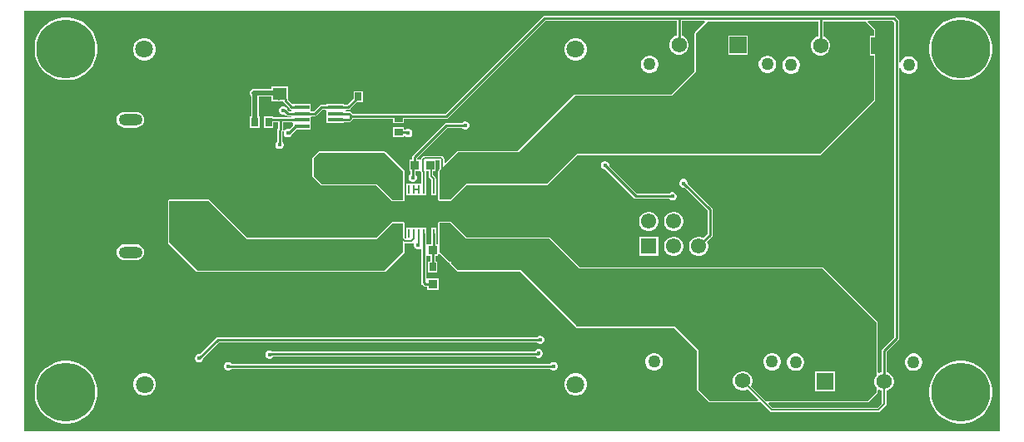
<source format=gbr>
%TF.GenerationSoftware,Altium Limited,Altium Designer,25.4.2 (15)*%
G04 Layer_Physical_Order=2*
G04 Layer_Color=16711680*
%FSLAX45Y45*%
%MOMM*%
%TF.SameCoordinates,097E4B88-3495-4510-8411-AFE0114F90DD*%
%TF.FilePolarity,Positive*%
%TF.FileFunction,Copper,L2,Bot,Signal*%
%TF.Part,Single*%
G01*
G75*
%TA.AperFunction,SMDPad,CuDef*%
%ADD10R,0.85872X0.91213*%
%TA.AperFunction,Conductor*%
%ADD15C,0.25400*%
%ADD16C,0.25000*%
%ADD17C,0.20000*%
%TA.AperFunction,ComponentPad*%
%ADD22C,1.80000*%
%TA.AperFunction,ViaPad*%
%ADD23C,6.00000*%
%TA.AperFunction,ComponentPad*%
%ADD24C,1.55000*%
%ADD25R,1.55000X1.55000*%
%ADD26O,2.40000X1.20000*%
%ADD27R,3.71600X3.71600*%
%ADD28C,3.71600*%
%ADD29R,1.57000X1.57000*%
%ADD30C,1.57000*%
%ADD31C,1.27000*%
%TA.AperFunction,ViaPad*%
%ADD32C,0.45000*%
%TA.AperFunction,SMDPad,CuDef*%
%ADD33R,0.93504X0.96213*%
%ADD34R,0.70000X0.90000*%
%TA.AperFunction,SMDPad,SMDef*%
%ADD35R,1.56210X0.35560*%
%TA.AperFunction,SMDPad,CuDef*%
%ADD36R,0.90000X0.70000*%
%ADD37R,2.90415X1.85263*%
%ADD38R,0.50000X1.40000*%
%ADD39R,0.25000X0.90000*%
%ADD40R,0.87500X1.58000*%
%ADD41R,1.45620X1.30464*%
%ADD42R,2.80620X2.10292*%
%TA.AperFunction,Conductor*%
%ADD43C,0.50000*%
G36*
X9893300Y0D02*
X-23500D01*
Y4290809D01*
X9893300D01*
Y0D01*
D02*
G37*
%LPC*%
G36*
X5598113Y4009000D02*
X5567727D01*
X5538377Y4001136D01*
X5512063Y3985943D01*
X5490577Y3964457D01*
X5475385Y3938143D01*
X5467520Y3908793D01*
Y3878407D01*
X5475385Y3849057D01*
X5490577Y3822743D01*
X5512063Y3801257D01*
X5538377Y3786065D01*
X5567727Y3778200D01*
X5598113D01*
X5627463Y3786065D01*
X5653777Y3801257D01*
X5675263Y3822743D01*
X5690455Y3849057D01*
X5698320Y3878407D01*
Y3908793D01*
X5690455Y3938143D01*
X5675263Y3964457D01*
X5653777Y3985943D01*
X5627463Y4001136D01*
X5598113Y4009000D01*
D02*
G37*
G36*
X1211533D02*
X1181147D01*
X1151797Y4001136D01*
X1125483Y3985943D01*
X1103997Y3964457D01*
X1088805Y3938143D01*
X1080940Y3908793D01*
Y3878407D01*
X1088805Y3849057D01*
X1103997Y3822743D01*
X1125483Y3801257D01*
X1151797Y3786065D01*
X1181147Y3778200D01*
X1211533D01*
X1240883Y3786065D01*
X1267197Y3801257D01*
X1288683Y3822743D01*
X1303875Y3849057D01*
X1311740Y3878407D01*
Y3908793D01*
X1303875Y3938143D01*
X1288683Y3964457D01*
X1267197Y3985943D01*
X1240883Y4001136D01*
X1211533Y4009000D01*
D02*
G37*
G36*
X6345904Y3831200D02*
X6322496D01*
X6299886Y3825142D01*
X6279614Y3813438D01*
X6263062Y3796886D01*
X6251358Y3776614D01*
X6245300Y3754004D01*
Y3730596D01*
X6251358Y3707986D01*
X6263062Y3687714D01*
X6279614Y3671162D01*
X6299886Y3659459D01*
X6322496Y3653400D01*
X6345904D01*
X6368514Y3659459D01*
X6388786Y3671162D01*
X6405338Y3687714D01*
X6417042Y3707986D01*
X6423100Y3730596D01*
Y3754004D01*
X6417042Y3776614D01*
X6405338Y3796886D01*
X6388786Y3813438D01*
X6368514Y3825142D01*
X6345904Y3831200D01*
D02*
G37*
G36*
X8818900Y4236794D02*
X5266950D01*
X5257118Y4234838D01*
X5248782Y4229268D01*
X4255207Y3235694D01*
X3837700D01*
Y3237700D01*
X3722300D01*
Y3235694D01*
X3313600D01*
X3308168Y3243823D01*
X3293523Y3258468D01*
X3285188Y3264038D01*
X3275355Y3265994D01*
X3248430D01*
X3244471Y3272800D01*
X3248430Y3279606D01*
X3271000D01*
X3280833Y3281562D01*
X3289168Y3287132D01*
X3355336Y3353300D01*
X3419400D01*
Y3468700D01*
X3324000D01*
Y3394636D01*
X3260357Y3330994D01*
X3228455D01*
Y3335780D01*
X3046845D01*
Y3330994D01*
X2997965D01*
X2988132Y3329038D01*
X2979796Y3323468D01*
X2922322Y3265994D01*
X2898409D01*
X2889365Y3274820D01*
X2889365Y3283480D01*
Y3335780D01*
X2707755D01*
X2707755Y3335780D01*
Y3335780D01*
X2707754Y3335780D01*
X2696666Y3339670D01*
X2656004Y3380333D01*
Y3386690D01*
X2655510Y3389173D01*
Y3517354D01*
X2484490D01*
Y3487539D01*
X2329658D01*
X2319854Y3491600D01*
X2302946D01*
X2287326Y3485130D01*
X2275370Y3473174D01*
X2268900Y3457554D01*
Y3440646D01*
X2275370Y3425026D01*
X2281562Y3418835D01*
Y3207700D01*
X2272300D01*
Y3092300D01*
X2367700D01*
Y3207700D01*
X2358439D01*
Y3410661D01*
X2484490D01*
Y3361490D01*
X2606248D01*
X2606572Y3359858D01*
X2612142Y3351522D01*
X2676532Y3287132D01*
X2684868Y3281562D01*
X2688995Y3280741D01*
X2692486Y3273605D01*
X2688006Y3265994D01*
X2665226D01*
X2652312Y3278907D01*
X2646030Y3294074D01*
X2634074Y3306030D01*
X2618454Y3312500D01*
X2601546D01*
X2585926Y3306030D01*
X2573970Y3294074D01*
X2567500Y3278454D01*
Y3261546D01*
X2573970Y3245926D01*
X2585926Y3233970D01*
X2601546Y3227500D01*
X2618454D01*
X2627358Y3231189D01*
X2636415Y3222132D01*
X2644750Y3216562D01*
X2654583Y3214606D01*
X2687779D01*
X2691739Y3207800D01*
X2687779Y3200994D01*
X2507700D01*
Y3207700D01*
X2412300D01*
Y3092300D01*
X2507700D01*
Y3149606D01*
X2554306D01*
Y3085210D01*
X2551832Y3082735D01*
X2546262Y3074400D01*
X2544306Y3064567D01*
Y2954410D01*
X2533970Y2944074D01*
X2527500Y2928454D01*
Y2911546D01*
X2533970Y2895926D01*
X2545926Y2883970D01*
X2561546Y2877500D01*
X2578454D01*
X2594074Y2883970D01*
X2606030Y2895926D01*
X2612500Y2911546D01*
Y2928454D01*
X2606030Y2944074D01*
X2595694Y2954410D01*
Y3053925D01*
X2598168Y3056399D01*
X2603738Y3064735D01*
X2605694Y3074567D01*
Y3149606D01*
X2698710D01*
X2707754Y3140780D01*
X2707755Y3132120D01*
Y3116156D01*
X2671156Y3079558D01*
X2664054Y3082500D01*
X2647146D01*
X2631526Y3076030D01*
X2619570Y3064074D01*
X2613100Y3048454D01*
Y3031546D01*
X2619570Y3015926D01*
X2631526Y3003970D01*
X2647146Y2997500D01*
X2664054D01*
X2679674Y3003970D01*
X2691630Y3015926D01*
X2698100Y3031546D01*
Y3033829D01*
X2744091Y3079820D01*
X2889365D01*
Y3132120D01*
X2889365Y3140780D01*
X2889365Y3153480D01*
Y3197120D01*
X2889365Y3205780D01*
X2898409Y3214606D01*
X2932965D01*
X2942797Y3216562D01*
X2951133Y3222132D01*
X3008607Y3279606D01*
X3037800D01*
X3046844Y3270780D01*
X3046845Y3262120D01*
Y3209821D01*
X3046844D01*
Y3205779D01*
X3046845D01*
Y3144820D01*
X3228455D01*
Y3149606D01*
X3275355D01*
X3285188Y3151562D01*
X3293523Y3157132D01*
X3308168Y3171777D01*
X3313738Y3180112D01*
X3314572Y3184306D01*
X3722300D01*
Y3142300D01*
X3837700D01*
Y3184306D01*
X4265850D01*
X4275683Y3186262D01*
X4284018Y3191832D01*
X5277593Y4185406D01*
X6608506D01*
Y4033390D01*
X6596181Y4030087D01*
X6573720Y4017119D01*
X6555381Y3998780D01*
X6542413Y3976319D01*
X6535700Y3951268D01*
Y3925332D01*
X6542413Y3900280D01*
X6555381Y3877820D01*
X6573720Y3859480D01*
X6596181Y3846513D01*
X6621232Y3839800D01*
X6647168D01*
X6672220Y3846513D01*
X6694681Y3859480D01*
X6713020Y3877820D01*
X6725987Y3900280D01*
X6732700Y3925332D01*
Y3951268D01*
X6725987Y3976319D01*
X6713020Y3998780D01*
X6694681Y4017119D01*
X6672220Y4030087D01*
X6659894Y4033390D01*
Y4185406D01*
X6894373D01*
X6899233Y4173673D01*
X6795280Y4069720D01*
X6791254Y4060000D01*
X6791254Y4059999D01*
Y3665694D01*
X6559306Y3433746D01*
X5575002D01*
X5575001Y3433748D01*
X5565280Y3429721D01*
X5565279Y3429719D01*
X4994506Y2858947D01*
X4386401D01*
X4386400Y2858948D01*
X4376679Y2854921D01*
X4376679Y2854919D01*
X4260578Y2738819D01*
X4248845Y2743679D01*
Y2774300D01*
X4247083Y2783158D01*
X4242066Y2790666D01*
X4230234Y2802498D01*
X4222725Y2807515D01*
X4213868Y2809277D01*
X4048209D01*
X4039351Y2807515D01*
X4031843Y2802498D01*
X4014269Y2784924D01*
X4010239Y2778892D01*
X4009252Y2777416D01*
X4000876Y2768832D01*
X3994903Y2768832D01*
X3972774D01*
Y2786438D01*
X4279543Y3093206D01*
X4423290D01*
X4433626Y3082870D01*
X4449246Y3076400D01*
X4466154D01*
X4481774Y3082870D01*
X4493730Y3094826D01*
X4500200Y3110446D01*
Y3127354D01*
X4493730Y3142974D01*
X4481774Y3154930D01*
X4466154Y3161400D01*
X4449246D01*
X4433626Y3154930D01*
X4423290Y3144594D01*
X4268900D01*
X4259067Y3142638D01*
X4250732Y3137068D01*
X3928912Y2815249D01*
X3923343Y2806913D01*
X3921387Y2797081D01*
Y2768832D01*
X3892594D01*
Y2652219D01*
X3898606D01*
Y2619910D01*
X3888270Y2609574D01*
X3881800Y2593954D01*
Y2577046D01*
X3888270Y2561426D01*
X3900226Y2549470D01*
X3915846Y2543000D01*
X3932754D01*
X3948374Y2549470D01*
X3960330Y2561426D01*
X3966800Y2577046D01*
Y2593954D01*
X3960330Y2609574D01*
X3949994Y2619910D01*
Y2652219D01*
X4000876Y2652219D01*
X4009252Y2643635D01*
X4010238Y2642159D01*
X4014269Y2636127D01*
X4015055Y2635341D01*
Y2525300D01*
X3863000D01*
Y2409900D01*
X4063400D01*
Y2525300D01*
X4061345D01*
Y2644927D01*
X4067329Y2652219D01*
X4087755D01*
Y2604163D01*
X4089517Y2595305D01*
X4094534Y2587797D01*
X4115055Y2567276D01*
Y2525300D01*
X4113000D01*
Y2409900D01*
X4163400D01*
Y2525300D01*
X4161345D01*
Y2576863D01*
X4159583Y2585720D01*
X4154566Y2593228D01*
X4134045Y2613749D01*
Y2652219D01*
X4159206D01*
Y2762987D01*
X4202555D01*
Y2680796D01*
X4186680Y2664921D01*
X4182653Y2655200D01*
X4182654Y2655200D01*
Y2365200D01*
X4186680Y2355480D01*
X4196400Y2351454D01*
X4306400D01*
X4316120Y2355480D01*
X4316120Y2355480D01*
X4472094Y2511454D01*
X4874036D01*
X4875000Y2511054D01*
X5289800Y2511054D01*
X5299521Y2515080D01*
X5299521Y2515080D01*
X5600694Y2816253D01*
X8065000D01*
X8065000Y2816253D01*
X8074721Y2820280D01*
X8624721Y3370280D01*
X8628747Y3380000D01*
X8628747Y3380000D01*
Y3833200D01*
X8624721Y3842920D01*
X8615000Y3846947D01*
X8588372D01*
Y4016453D01*
X8615000D01*
X8624721Y4020480D01*
X8628747Y4030200D01*
Y4089999D01*
X8628748Y4090000D01*
X8624721Y4099721D01*
X8624720Y4099721D01*
X8550768Y4173673D01*
X8555628Y4185406D01*
X8808257D01*
X8824306Y4169357D01*
Y960543D01*
X8701932Y838168D01*
X8696362Y829832D01*
X8694406Y820000D01*
Y604990D01*
X8682080Y601687D01*
X8666447Y592661D01*
X8653746Y599994D01*
Y1110000D01*
X8653747Y1110000D01*
X8649720Y1119720D01*
X8099720Y1669720D01*
X8090000Y1673747D01*
X8090000Y1673746D01*
X5625694D01*
X5324520Y1974920D01*
X5314800Y1978947D01*
X5314800Y1978946D01*
X5026402Y1978946D01*
X5026400Y1978947D01*
X5026400Y1978946D01*
X4472094D01*
X4316120Y2134920D01*
X4306400Y2138947D01*
X4306400Y2138946D01*
X4196400D01*
X4186680Y2134920D01*
X4182654Y2125200D01*
Y1908307D01*
X4163894D01*
Y2017600D01*
X4163400Y2020082D01*
Y2075300D01*
X4113000D01*
Y2020082D01*
X4112506Y2017600D01*
Y1908307D01*
X4076594D01*
X4074023Y1908307D01*
X4063894Y1914512D01*
Y2017600D01*
X4063400Y2020082D01*
Y2075300D01*
X3863000D01*
Y1965745D01*
X3848978D01*
X3843746Y1970976D01*
Y2120000D01*
X3839720Y2129720D01*
X3830000Y2133747D01*
X3720000D01*
X3710280Y2129720D01*
X3710280Y2129720D01*
X3554306Y1973746D01*
X2245694D01*
X1859720Y2359720D01*
X1850000Y2363747D01*
X1849999Y2363747D01*
X1450000D01*
X1440280Y2359720D01*
X1436253Y2350000D01*
Y1930000D01*
X1436253Y1930000D01*
X1440280Y1920280D01*
X1730279Y1630280D01*
X1740000Y1626253D01*
X1740000Y1626254D01*
X2969999D01*
X2970000Y1626253D01*
X2970000Y1626254D01*
X3639999D01*
X3640000Y1626253D01*
X3649721Y1630279D01*
X3649721Y1630281D01*
X3839720Y1820280D01*
X3843747Y1830000D01*
X3843746Y1830000D01*
Y1919455D01*
X3913126D01*
X3921983Y1921217D01*
X3935162Y1914748D01*
X3936507Y1912375D01*
X3935300Y1909460D01*
Y1892553D01*
X3941770Y1876933D01*
X3953726Y1864977D01*
X3969346Y1858507D01*
X3986254D01*
X3999806Y1864121D01*
X4012506Y1859016D01*
Y1514645D01*
X4014462Y1504812D01*
X4020032Y1496477D01*
X4034677Y1481832D01*
X4043012Y1476262D01*
X4052845Y1474306D01*
X4069009D01*
Y1439193D01*
X4187913D01*
Y1560807D01*
X4069009D01*
X4063894Y1571388D01*
Y1785488D01*
X4074023Y1791693D01*
X4076594Y1791694D01*
X4104306D01*
Y1732700D01*
X4082300D01*
Y1617300D01*
X4177700D01*
Y1732700D01*
X4155694D01*
Y1791694D01*
X4185294D01*
Y1808904D01*
X4197994Y1814165D01*
X4289180Y1722980D01*
X4294313Y1720853D01*
X4303953Y1713900D01*
X4307979Y1704179D01*
X4307980D01*
X4376680Y1635480D01*
X4386400Y1631453D01*
X4386401Y1631453D01*
X5019106D01*
X5590280Y1060280D01*
X5600000Y1056253D01*
X5600001Y1056253D01*
X6584306D01*
X6816254Y824306D01*
Y430000D01*
X6820280Y420280D01*
X6820280Y420279D01*
X6940280Y300280D01*
X6950000Y296253D01*
X6950001Y296253D01*
X7437249D01*
X7439775Y297300D01*
X7442510D01*
X7444443Y299233D01*
X7446969Y300279D01*
X7459749Y304093D01*
X7560208Y203634D01*
X7567717Y198617D01*
X7576574Y196855D01*
X8663432D01*
X8672289Y198617D01*
X8679797Y203634D01*
X8738082Y261918D01*
X8743099Y269427D01*
X8744861Y278284D01*
X8743245Y286408D01*
Y414127D01*
X8758119Y418113D01*
X8780580Y431081D01*
X8798919Y449420D01*
X8811887Y471881D01*
X8818600Y496932D01*
Y522868D01*
X8811887Y547920D01*
X8798919Y570381D01*
X8780580Y588720D01*
X8758119Y601687D01*
X8745794Y604990D01*
Y809357D01*
X8868168Y931732D01*
X8873738Y940067D01*
X8875694Y949900D01*
Y3706769D01*
X8888394Y3708441D01*
X8890284Y3701386D01*
X8901988Y3681114D01*
X8918540Y3664562D01*
X8938812Y3652859D01*
X8961422Y3646800D01*
X8984830D01*
X9007440Y3652859D01*
X9027712Y3664562D01*
X9044264Y3681114D01*
X9055967Y3701386D01*
X9062026Y3723996D01*
Y3747404D01*
X9055967Y3770014D01*
X9044264Y3790286D01*
X9027712Y3806838D01*
X9007440Y3818542D01*
X8984830Y3824600D01*
X8961422D01*
X8938812Y3818542D01*
X8918540Y3806838D01*
X8901988Y3790286D01*
X8890284Y3770014D01*
X8888394Y3762959D01*
X8875694Y3764631D01*
Y4180000D01*
X8873738Y4189833D01*
X8868168Y4198168D01*
X8837068Y4229268D01*
X8828733Y4234838D01*
X8818900Y4236794D01*
D02*
G37*
G36*
X9525185Y4220000D02*
X9474815D01*
X9425066Y4212121D01*
X9377163Y4196556D01*
X9332284Y4173689D01*
X9291534Y4144082D01*
X9255918Y4108466D01*
X9226311Y4067717D01*
X9203444Y4022838D01*
X9187880Y3974934D01*
X9180000Y3925185D01*
Y3874815D01*
X9187880Y3825067D01*
X9203444Y3777163D01*
X9226311Y3732284D01*
X9255918Y3691534D01*
X9291534Y3655918D01*
X9332284Y3626312D01*
X9377163Y3603444D01*
X9425066Y3587880D01*
X9474815Y3580000D01*
X9525185D01*
X9574934Y3587880D01*
X9622837Y3603444D01*
X9667717Y3626312D01*
X9708466Y3655918D01*
X9744082Y3691534D01*
X9773689Y3732284D01*
X9796556Y3777163D01*
X9812121Y3825067D01*
X9820000Y3874815D01*
Y3925185D01*
X9812121Y3974934D01*
X9796556Y4022838D01*
X9773689Y4067717D01*
X9744082Y4108466D01*
X9708466Y4144082D01*
X9667717Y4173689D01*
X9622837Y4196556D01*
X9574934Y4212121D01*
X9525185Y4220000D01*
D02*
G37*
G36*
X425185D02*
X374815D01*
X325066Y4212121D01*
X277163Y4196556D01*
X232284Y4173689D01*
X191534Y4144082D01*
X155918Y4108466D01*
X126311Y4067717D01*
X103444Y4022838D01*
X87879Y3974934D01*
X80000Y3925185D01*
Y3874815D01*
X87879Y3825067D01*
X103444Y3777163D01*
X126311Y3732284D01*
X155918Y3691534D01*
X191534Y3655918D01*
X232284Y3626312D01*
X277163Y3603444D01*
X325066Y3587880D01*
X374815Y3580000D01*
X425185D01*
X474934Y3587880D01*
X522837Y3603444D01*
X567716Y3626312D01*
X608466Y3655918D01*
X644082Y3691534D01*
X673689Y3732284D01*
X696556Y3777163D01*
X712120Y3825067D01*
X720000Y3874815D01*
Y3925185D01*
X712120Y3974934D01*
X696556Y4022838D01*
X673689Y4067717D01*
X644082Y4108466D01*
X608466Y4144082D01*
X567716Y4173689D01*
X522837Y4196556D01*
X474934Y4212121D01*
X425185Y4220000D01*
D02*
G37*
G36*
X1114100Y3256990D02*
X994100D01*
X973216Y3254241D01*
X953755Y3246180D01*
X937043Y3233356D01*
X924220Y3216645D01*
X916159Y3197184D01*
X913410Y3176300D01*
X916159Y3155416D01*
X924220Y3135955D01*
X937043Y3119243D01*
X953755Y3106420D01*
X973216Y3098359D01*
X994100Y3095610D01*
X1114100D01*
X1134984Y3098359D01*
X1154445Y3106420D01*
X1171157Y3119243D01*
X1183980Y3135955D01*
X1192041Y3155416D01*
X1194790Y3176300D01*
X1192041Y3197184D01*
X1183980Y3216645D01*
X1171157Y3233356D01*
X1154445Y3246180D01*
X1134984Y3254241D01*
X1114100Y3256990D01*
D02*
G37*
G36*
X3837700Y3097700D02*
X3722300D01*
Y3002300D01*
X3837700D01*
Y3004236D01*
X3850400Y3009496D01*
X3855926Y3003970D01*
X3871546Y2997500D01*
X3888454D01*
X3904074Y3003970D01*
X3916030Y3015926D01*
X3922500Y3031546D01*
Y3048454D01*
X3916030Y3064074D01*
X3904074Y3076030D01*
X3888454Y3082500D01*
X3871546D01*
X3855926Y3076030D01*
X3855590Y3075694D01*
X3837700D01*
Y3097700D01*
D02*
G37*
G36*
X3640000Y2853747D02*
X3639999Y2853747D01*
X2970000D01*
X2970000Y2853747D01*
X2960279Y2849720D01*
X2910279Y2799721D01*
X2906253Y2790000D01*
X2906253Y2790000D01*
Y2600000D01*
X2910279Y2590280D01*
X2990280Y2510280D01*
X3000000Y2506254D01*
X3000000Y2506254D01*
X3554306D01*
X3710280Y2350280D01*
X3720000Y2346253D01*
X3720000Y2346254D01*
X3830000D01*
X3839720Y2350280D01*
X3843746Y2360000D01*
Y2649999D01*
X3843747Y2650000D01*
X3839721Y2659721D01*
X3839719Y2659721D01*
X3649720Y2849720D01*
X3640000Y2853747D01*
D02*
G37*
G36*
X5888554Y2755000D02*
X5871646D01*
X5856026Y2748530D01*
X5844070Y2736574D01*
X5837600Y2720954D01*
Y2704046D01*
X5844070Y2688426D01*
X5856026Y2676470D01*
X5871646Y2670000D01*
X5886264D01*
X6179432Y2376832D01*
X6187767Y2371262D01*
X6197600Y2369306D01*
X6531490D01*
X6541826Y2358970D01*
X6557446Y2352500D01*
X6574354D01*
X6589974Y2358970D01*
X6601930Y2370926D01*
X6608400Y2386546D01*
Y2403454D01*
X6601930Y2419074D01*
X6589974Y2431030D01*
X6574354Y2437500D01*
X6557446D01*
X6541826Y2431030D01*
X6531490Y2420694D01*
X6208243D01*
X5922600Y2706336D01*
Y2720954D01*
X5916130Y2736574D01*
X5904174Y2748530D01*
X5888554Y2755000D01*
D02*
G37*
G36*
X6591461Y2238500D02*
X6565789D01*
X6540991Y2231855D01*
X6518759Y2219019D01*
X6500606Y2200866D01*
X6487770Y2178634D01*
X6481125Y2153836D01*
Y2128164D01*
X6487770Y2103366D01*
X6500606Y2081134D01*
X6518759Y2062981D01*
X6540991Y2050145D01*
X6565789Y2043500D01*
X6591461D01*
X6616259Y2050145D01*
X6638491Y2062981D01*
X6656645Y2081134D01*
X6669480Y2103366D01*
X6676125Y2128164D01*
Y2153836D01*
X6669480Y2178634D01*
X6656645Y2200866D01*
X6638491Y2219019D01*
X6616259Y2231855D01*
X6591461Y2238500D01*
D02*
G37*
G36*
X6337461D02*
X6311789D01*
X6286991Y2231855D01*
X6264759Y2219019D01*
X6246606Y2200866D01*
X6233770Y2178634D01*
X6227125Y2153836D01*
Y2128164D01*
X6233770Y2103366D01*
X6246606Y2081134D01*
X6264759Y2062981D01*
X6286991Y2050145D01*
X6311789Y2043500D01*
X6337461D01*
X6362259Y2050145D01*
X6384491Y2062981D01*
X6402645Y2081134D01*
X6415480Y2103366D01*
X6422125Y2128164D01*
Y2153836D01*
X6415480Y2178634D01*
X6402645Y2200866D01*
X6384491Y2219019D01*
X6362259Y2231855D01*
X6337461Y2238500D01*
D02*
G37*
G36*
X6688454Y2572500D02*
X6671546D01*
X6655926Y2566030D01*
X6643970Y2554074D01*
X6637500Y2538454D01*
Y2521546D01*
X6643970Y2505926D01*
X6655926Y2493970D01*
X6671546Y2487500D01*
X6686164D01*
X6922531Y2251132D01*
Y2013243D01*
X6880964Y1971675D01*
X6870259Y1977855D01*
X6845461Y1984500D01*
X6819789D01*
X6794991Y1977855D01*
X6772759Y1965019D01*
X6754606Y1946866D01*
X6741770Y1924634D01*
X6735125Y1899836D01*
Y1874164D01*
X6741770Y1849366D01*
X6754606Y1827134D01*
X6772759Y1808981D01*
X6794991Y1796145D01*
X6819789Y1789500D01*
X6845461D01*
X6870259Y1796145D01*
X6892491Y1808981D01*
X6910645Y1827134D01*
X6923480Y1849366D01*
X6930125Y1874164D01*
Y1899836D01*
X6923480Y1924634D01*
X6917300Y1935339D01*
X6966393Y1984432D01*
X6971963Y1992767D01*
X6973919Y2002600D01*
Y2261775D01*
X6971963Y2271608D01*
X6966393Y2279943D01*
X6722500Y2523836D01*
Y2538454D01*
X6716030Y2554074D01*
X6704074Y2566030D01*
X6688454Y2572500D01*
D02*
G37*
G36*
X6591461Y1984500D02*
X6565789D01*
X6540991Y1977855D01*
X6518759Y1965019D01*
X6500606Y1946866D01*
X6487770Y1924634D01*
X6481125Y1899836D01*
Y1874164D01*
X6487770Y1849366D01*
X6500606Y1827134D01*
X6518759Y1808981D01*
X6540991Y1796145D01*
X6565789Y1789500D01*
X6591461D01*
X6616259Y1796145D01*
X6638491Y1808981D01*
X6656645Y1827134D01*
X6669480Y1849366D01*
X6676125Y1874164D01*
Y1899836D01*
X6669480Y1924634D01*
X6656645Y1946866D01*
X6638491Y1965019D01*
X6616259Y1977855D01*
X6591461Y1984500D01*
D02*
G37*
G36*
X6422125D02*
X6227125D01*
Y1789500D01*
X6422125D01*
Y1984500D01*
D02*
G37*
G36*
X1114100Y1906990D02*
X994100D01*
X973216Y1904241D01*
X953755Y1896180D01*
X937043Y1883357D01*
X924220Y1866645D01*
X916159Y1847184D01*
X913410Y1826300D01*
X916159Y1805416D01*
X924220Y1785955D01*
X937043Y1769244D01*
X953755Y1756420D01*
X973216Y1748359D01*
X994100Y1745610D01*
X1114100D01*
X1134984Y1748359D01*
X1154445Y1756420D01*
X1171157Y1769244D01*
X1183980Y1785955D01*
X1192041Y1805416D01*
X1194790Y1826300D01*
X1192041Y1847184D01*
X1183980Y1866645D01*
X1171157Y1883357D01*
X1154445Y1896180D01*
X1134984Y1904241D01*
X1114100Y1906990D01*
D02*
G37*
G36*
X5228154Y977000D02*
X5211246D01*
X5195626Y970530D01*
X5185290Y960194D01*
X1943100D01*
X1933267Y958238D01*
X1924932Y952668D01*
X1758764Y786500D01*
X1744146D01*
X1728526Y780030D01*
X1716570Y768074D01*
X1710100Y752454D01*
Y735546D01*
X1716570Y719926D01*
X1728526Y707970D01*
X1744146Y701500D01*
X1761054D01*
X1776674Y707970D01*
X1788630Y719926D01*
X1795100Y735546D01*
Y750164D01*
X1953743Y908806D01*
X5185290D01*
X5195626Y898470D01*
X5211246Y892000D01*
X5228154D01*
X5243774Y898470D01*
X5255730Y910426D01*
X5262200Y926046D01*
Y942954D01*
X5255730Y958574D01*
X5243774Y970530D01*
X5228154Y977000D01*
D02*
G37*
G36*
X5216154Y837000D02*
X5199246D01*
X5183626Y830530D01*
X5171670Y818574D01*
X5170270Y815194D01*
X2497110D01*
X2491774Y820530D01*
X2476154Y827000D01*
X2459246D01*
X2443626Y820530D01*
X2431670Y808574D01*
X2425200Y792954D01*
Y776046D01*
X2431670Y760426D01*
X2443626Y748470D01*
X2459246Y742000D01*
X2476154D01*
X2491774Y748470D01*
X2503730Y760426D01*
X2505130Y763806D01*
X5178290D01*
X5183626Y758470D01*
X5199246Y752000D01*
X5216154D01*
X5231774Y758470D01*
X5243730Y770426D01*
X5250200Y786046D01*
Y802954D01*
X5243730Y818574D01*
X5231774Y830530D01*
X5216154Y837000D01*
D02*
G37*
G36*
X5365979Y708400D02*
X5349071D01*
X5333451Y701930D01*
X5323115Y691593D01*
X2081010D01*
X2070674Y701930D01*
X2055054Y708400D01*
X2038147D01*
X2022526Y701930D01*
X2010571Y689974D01*
X2004100Y674353D01*
Y657446D01*
X2010571Y641826D01*
X2022526Y629870D01*
X2038147Y623400D01*
X2055054D01*
X2070674Y629870D01*
X2081010Y640206D01*
X5323115D01*
X5333451Y629870D01*
X5349071Y623400D01*
X5365979D01*
X5381599Y629870D01*
X5393555Y641826D01*
X5400025Y657446D01*
Y674353D01*
X5393555Y689974D01*
X5381599Y701930D01*
X5365979Y708400D01*
D02*
G37*
G36*
X6392878Y800300D02*
X6369470D01*
X6346860Y794241D01*
X6326588Y782538D01*
X6310036Y765986D01*
X6298333Y745714D01*
X6292274Y723104D01*
Y699696D01*
X6298333Y677086D01*
X6310036Y656814D01*
X6326588Y640262D01*
X6346860Y628558D01*
X6369470Y622500D01*
X6392878D01*
X6415488Y628558D01*
X6435760Y640262D01*
X6452312Y656814D01*
X6464016Y677086D01*
X6470074Y699696D01*
Y723104D01*
X6464016Y745714D01*
X6452312Y765986D01*
X6435760Y782538D01*
X6415488Y794241D01*
X6392878Y800300D01*
D02*
G37*
G36*
X9031804Y794800D02*
X9008396D01*
X8985786Y788742D01*
X8965514Y777038D01*
X8948962Y760486D01*
X8937258Y740214D01*
X8931200Y717604D01*
Y694196D01*
X8937258Y671586D01*
X8948962Y651314D01*
X8965514Y634762D01*
X8985786Y623058D01*
X9008396Y617000D01*
X9031804D01*
X9054414Y623058D01*
X9074686Y634762D01*
X9091238Y651314D01*
X9102942Y671586D01*
X9109000Y694196D01*
Y717604D01*
X9102942Y740214D01*
X9091238Y760486D01*
X9074686Y777038D01*
X9054414Y788742D01*
X9031804Y794800D01*
D02*
G37*
G36*
X5598113Y595240D02*
X5567727D01*
X5538377Y587376D01*
X5512063Y572183D01*
X5490577Y550697D01*
X5475385Y524383D01*
X5467520Y495033D01*
Y464647D01*
X5475385Y435297D01*
X5490577Y408983D01*
X5512063Y387497D01*
X5538377Y372305D01*
X5567727Y364440D01*
X5598113D01*
X5627463Y372305D01*
X5653777Y387497D01*
X5675263Y408983D01*
X5690455Y435297D01*
X5698320Y464647D01*
Y495033D01*
X5690455Y524383D01*
X5675263Y550697D01*
X5653777Y572183D01*
X5627463Y587376D01*
X5598113Y595240D01*
D02*
G37*
G36*
X1213093D02*
X1182707D01*
X1153357Y587376D01*
X1127043Y572183D01*
X1105557Y550697D01*
X1090365Y524383D01*
X1082500Y495033D01*
Y464647D01*
X1090365Y435297D01*
X1105557Y408983D01*
X1127043Y387497D01*
X1153357Y372305D01*
X1182707Y364440D01*
X1213093D01*
X1242443Y372305D01*
X1268757Y387497D01*
X1290243Y408983D01*
X1305436Y435297D01*
X1313300Y464647D01*
Y495033D01*
X1305436Y524383D01*
X1290243Y550697D01*
X1268757Y572183D01*
X1242443Y587376D01*
X1213093Y595240D01*
D02*
G37*
G36*
X9525185Y720000D02*
X9474815D01*
X9425066Y712120D01*
X9377163Y696556D01*
X9332284Y673689D01*
X9291534Y644082D01*
X9255918Y608466D01*
X9226311Y567716D01*
X9203444Y522837D01*
X9187880Y474934D01*
X9180000Y425185D01*
Y374815D01*
X9187880Y325066D01*
X9203444Y277163D01*
X9226311Y232284D01*
X9255918Y191534D01*
X9291534Y155918D01*
X9332284Y126311D01*
X9377163Y103444D01*
X9425066Y87879D01*
X9474815Y80000D01*
X9525185D01*
X9574934Y87879D01*
X9622837Y103444D01*
X9667717Y126311D01*
X9708466Y155918D01*
X9744082Y191534D01*
X9773689Y232284D01*
X9796556Y277163D01*
X9812121Y325066D01*
X9820000Y374815D01*
Y425185D01*
X9812121Y474934D01*
X9796556Y522837D01*
X9773689Y567716D01*
X9744082Y608466D01*
X9708466Y644082D01*
X9667717Y673689D01*
X9622837Y696556D01*
X9574934Y712120D01*
X9525185Y720000D01*
D02*
G37*
G36*
X425185D02*
X374815D01*
X325066Y712120D01*
X277163Y696556D01*
X232284Y673689D01*
X191534Y644082D01*
X155918Y608466D01*
X126311Y567716D01*
X103444Y522837D01*
X87879Y474934D01*
X80000Y425185D01*
Y374815D01*
X87879Y325066D01*
X103444Y277163D01*
X126311Y232284D01*
X155918Y191534D01*
X191534Y155918D01*
X232284Y126311D01*
X277163Y103444D01*
X325066Y87879D01*
X374815Y80000D01*
X425185D01*
X474934Y87879D01*
X522837Y103444D01*
X567716Y126311D01*
X608466Y155918D01*
X644082Y191534D01*
X673689Y232284D01*
X696556Y277163D01*
X712120Y325066D01*
X720000Y374815D01*
Y425185D01*
X712120Y474934D01*
X696556Y522837D01*
X673689Y567716D01*
X644082Y608466D01*
X608466Y644082D01*
X567716Y673689D01*
X522837Y696556D01*
X474934Y712120D01*
X425185Y720000D01*
D02*
G37*
%LPD*%
G36*
X8615000Y4090000D02*
Y4030200D01*
X8574626D01*
Y3833200D01*
X8615000D01*
Y3380000D01*
X8065000Y2830000D01*
X5595000D01*
X5289800Y2524800D01*
X4875000Y2524801D01*
Y2525200D01*
X4466400D01*
X4306400Y2365200D01*
X4196400D01*
Y2655200D01*
X4386400Y2845200D01*
X5000201D01*
X5575001Y3420000D01*
X6565001D01*
X6805000Y3660000D01*
Y4060000D01*
X6925000Y4180000D01*
X8047432D01*
Y4026790D01*
X8035106Y4023487D01*
X8012645Y4010520D01*
X7994306Y3992180D01*
X7981339Y3969720D01*
X7974626Y3944668D01*
Y3918732D01*
X7981339Y3893681D01*
X7994306Y3871220D01*
X8012645Y3852881D01*
X8035106Y3839913D01*
X8060158Y3833200D01*
X8086094D01*
X8111145Y3839913D01*
X8133606Y3852881D01*
X8151945Y3871220D01*
X8164913Y3893681D01*
X8171626Y3918732D01*
Y3944668D01*
X8164913Y3969720D01*
X8151945Y3992180D01*
X8133606Y4010520D01*
X8111145Y4023487D01*
X8098819Y4026790D01*
Y4180000D01*
X8525000D01*
X8615000Y4090000D01*
D02*
G37*
G36*
X2240000Y1960000D02*
X3560000D01*
X3720000Y2120000D01*
X3830000D01*
Y1830000D01*
X3640000Y1640000D01*
X1740000D01*
X1450000Y1930000D01*
Y2350000D01*
X1850000D01*
X2240000Y1960000D01*
D02*
G37*
G36*
X4466400Y1965200D02*
X5026400D01*
X5026400Y1965200D01*
X5314800Y1965200D01*
X5620000Y1660000D01*
X8090000D01*
X8640000Y1110000D01*
Y568163D01*
X8628313Y547920D01*
X8621600Y522868D01*
Y496932D01*
X8628313Y471881D01*
X8640000Y451637D01*
Y400000D01*
X8550000Y310000D01*
X7519306D01*
X7365262Y464044D01*
X7372961Y477381D01*
X7379674Y502432D01*
Y528368D01*
X7372961Y553420D01*
X7359994Y575880D01*
X7341655Y594220D01*
X7319194Y607187D01*
X7294142Y613900D01*
X7268206D01*
X7243155Y607187D01*
X7220694Y594220D01*
X7202355Y575880D01*
X7189387Y553420D01*
X7182674Y528368D01*
Y502432D01*
X7189387Y477381D01*
X7202355Y454920D01*
X7220694Y436581D01*
X7243155Y423613D01*
X7268206Y416900D01*
X7294142D01*
X7319194Y423613D01*
X7332530Y431313D01*
X7442110Y321733D01*
X7437249Y310000D01*
X6950000D01*
X6830000Y430000D01*
Y830000D01*
X6590000Y1070000D01*
X5600000D01*
X5024800Y1645200D01*
X4386400D01*
X4317700Y1713900D01*
Y1732700D01*
X4298900D01*
X4196400Y1835200D01*
Y2125200D01*
X4306400D01*
X4466400Y1965200D01*
D02*
G37*
G36*
X8682080Y418113D02*
X8696955Y414127D01*
Y286255D01*
X8653845Y243145D01*
X7586161D01*
X7544786Y284520D01*
X7549646Y296253D01*
X8549999D01*
X8550000Y296252D01*
X8559721Y300279D01*
X8559721Y300281D01*
X8649720Y390280D01*
X8653747Y400000D01*
X8653746Y400000D01*
Y419807D01*
X8666447Y427139D01*
X8682080Y418113D01*
D02*
G37*
%LPC*%
G36*
X7332700Y4036800D02*
X7135700D01*
Y3839800D01*
X7332700D01*
Y4036800D01*
D02*
G37*
G36*
X7545904Y3831200D02*
X7522496D01*
X7499886Y3825142D01*
X7479614Y3813438D01*
X7463062Y3796886D01*
X7451358Y3776614D01*
X7445300Y3754004D01*
Y3730596D01*
X7451358Y3707986D01*
X7463062Y3687714D01*
X7479614Y3671162D01*
X7499886Y3659459D01*
X7522496Y3653400D01*
X7545904D01*
X7568514Y3659459D01*
X7588786Y3671162D01*
X7605338Y3687714D01*
X7617042Y3707986D01*
X7623100Y3730596D01*
Y3754004D01*
X7617042Y3776614D01*
X7605338Y3796886D01*
X7588786Y3813438D01*
X7568514Y3825142D01*
X7545904Y3831200D01*
D02*
G37*
G36*
X7784829Y3824600D02*
X7761422D01*
X7738812Y3818542D01*
X7718540Y3806838D01*
X7701988Y3790286D01*
X7690284Y3770014D01*
X7684226Y3747404D01*
Y3723996D01*
X7690284Y3701386D01*
X7701988Y3681114D01*
X7718540Y3664562D01*
X7738812Y3652859D01*
X7761422Y3646800D01*
X7784829D01*
X7807440Y3652859D01*
X7827712Y3664562D01*
X7844263Y3681114D01*
X7855967Y3701386D01*
X7862026Y3723996D01*
Y3747404D01*
X7855967Y3770014D01*
X7844263Y3790286D01*
X7827712Y3806838D01*
X7807440Y3818542D01*
X7784829Y3824600D01*
D02*
G37*
%LPD*%
G36*
X7318953Y3853547D02*
X7149446D01*
Y4023053D01*
X7318953D01*
Y3853547D01*
D02*
G37*
%LPC*%
G36*
X7592878Y800300D02*
X7569471D01*
X7546860Y794241D01*
X7526588Y782538D01*
X7510037Y765986D01*
X7498333Y745714D01*
X7492274Y723104D01*
Y699696D01*
X7498333Y677086D01*
X7510037Y656814D01*
X7526588Y640262D01*
X7546860Y628558D01*
X7569471Y622500D01*
X7592878D01*
X7615488Y628558D01*
X7635760Y640262D01*
X7652312Y656814D01*
X7664016Y677086D01*
X7670074Y699696D01*
Y723104D01*
X7664016Y745714D01*
X7652312Y765986D01*
X7635760Y782538D01*
X7615488Y794241D01*
X7592878Y800300D01*
D02*
G37*
G36*
X7831804Y794800D02*
X7808396D01*
X7785786Y788742D01*
X7765514Y777038D01*
X7748962Y760486D01*
X7737258Y740214D01*
X7731200Y717604D01*
Y694196D01*
X7737258Y671586D01*
X7748962Y651314D01*
X7765514Y634762D01*
X7785786Y623058D01*
X7808396Y617000D01*
X7831804D01*
X7854414Y623058D01*
X7874686Y634762D01*
X7891238Y651314D01*
X7902942Y671586D01*
X7909000Y694196D01*
Y717604D01*
X7902942Y740214D01*
X7891238Y760486D01*
X7874686Y777038D01*
X7854414Y788742D01*
X7831804Y794800D01*
D02*
G37*
G36*
X8218600Y608400D02*
X8021600D01*
Y411400D01*
X8218600D01*
Y608400D01*
D02*
G37*
%LPD*%
G36*
X8204854Y425147D02*
X8035347D01*
Y594654D01*
X8204854D01*
Y425147D01*
D02*
G37*
G36*
X3830000Y2650000D02*
Y2360000D01*
X3720000D01*
X3560000Y2520000D01*
X3000000D01*
X2920000Y2600000D01*
Y2790000D01*
X2970000Y2840000D01*
X3640000D01*
X3830000Y2650000D01*
D02*
G37*
D10*
X4103571Y2710525D02*
D03*
X3948229D02*
D03*
X4285000Y1850000D02*
D03*
X4129659D02*
D03*
D15*
X3783400Y2488376D02*
X3795700Y2476076D01*
Y2442600D02*
Y2476076D01*
X3366700Y3401000D02*
Y3411000D01*
X6578625Y2105931D02*
Y2141000D01*
D16*
X4038200Y1514645D02*
Y2017600D01*
Y1514645D02*
X4052845Y1500000D01*
X4128461D01*
X6680000Y2530000D02*
X6948225Y2261775D01*
Y2002600D02*
Y2261775D01*
X2562563Y3401137D02*
X2615863D01*
X2630310Y3386690D01*
X2694700Y3305300D02*
X2798560D01*
X2630310Y3369690D02*
Y3386690D01*
Y3369690D02*
X2694700Y3305300D01*
X4130000Y1675000D02*
Y1819659D01*
X4145000Y1834659D01*
X4129659Y1850000D02*
X4145000Y1834659D01*
X4138200Y1858541D02*
Y2017600D01*
X4129659Y1850000D02*
X4138200Y1858541D01*
X3874588Y3040000D02*
X3880000D01*
X3780000Y3050000D02*
X3864588D01*
X3874588Y3040000D01*
X3780000Y3190000D02*
Y3210000D01*
X4265850D01*
X3733800D02*
X3780000D01*
X4265850D02*
X5266950Y4211100D01*
X2570000Y3175300D02*
X2577700D01*
X2570000Y2920000D02*
Y3064567D01*
X2580000Y3074567D02*
Y3175300D01*
X2577700D02*
X2798560D01*
X2490300D02*
X2570000D01*
Y3064567D02*
X2580000Y3074567D01*
X4268900Y3118900D02*
X4457700D01*
X3947080Y2797081D02*
X4268900Y3118900D01*
X3947080Y2716706D02*
Y2797081D01*
X2655600Y3040000D02*
X2667934D01*
X2738235Y3110300D02*
X2798560D01*
X2667934Y3040000D02*
X2738235Y3110300D01*
X2624883Y3270000D02*
X2654583Y3240300D01*
X2610000Y3270000D02*
X2624883D01*
X2654583Y3240300D02*
X2932965D01*
X3290000Y3189945D02*
Y3210000D01*
X3733800D01*
X3290000D02*
Y3225655D01*
X3275355Y3175300D02*
X3290000Y3189945D01*
X3275355Y3240300D02*
X3290000Y3225655D01*
X3249365Y3240300D02*
X3275355D01*
X3137650Y3175300D02*
X3275355D01*
X3137650Y3240300D02*
X3249365D01*
X6634200Y4211100D02*
X8073126D01*
X6634200Y3938300D02*
Y4211100D01*
X6634200Y4211100D02*
X6634200Y4211100D01*
X5266950Y4211100D02*
X6634200D01*
X8850000Y949900D02*
Y4180000D01*
X8720100Y820000D02*
X8850000Y949900D01*
X8818900Y4211100D02*
X8850000Y4180000D01*
X8720100Y509900D02*
Y820000D01*
X8073126Y4211100D02*
X8818900D01*
X8073126Y3931700D02*
Y4211100D01*
X2472700Y789500D02*
X5202700D01*
X2467700Y784500D02*
X2472700Y789500D01*
X5202700D02*
X5207700Y794500D01*
X4225700Y2042600D02*
Y2087600D01*
Y1997600D02*
X4238200Y1985100D01*
X4225700Y1997600D02*
Y2042600D01*
X3271000Y3305300D02*
X3366700Y3401000D01*
X6832625Y1887000D02*
X6948225Y2002600D01*
X3137650Y3305300D02*
X3271000D01*
X2997965D02*
X3137650D01*
X2932965Y3240300D02*
X2997965Y3305300D01*
X1943100Y934500D02*
X5219700D01*
X1752600Y744000D02*
X1943100Y934500D01*
X6197600Y2395000D02*
X6565900D01*
X5880100Y2712500D02*
X6197600Y2395000D01*
X3924300Y2585500D02*
Y2693926D01*
X2046600Y665900D02*
X5357525D01*
X3924300Y2693926D02*
X3947080Y2716706D01*
D17*
X3977800Y1907772D02*
X3988200Y1918172D01*
Y2017600D01*
X3977800Y1901007D02*
Y1907772D01*
X4030635Y2652493D02*
X4038200Y2644927D01*
Y2467600D02*
Y2644927D01*
X4030635Y2652493D02*
Y2768558D01*
X4048209Y2786132D02*
X4213868D01*
X4225700Y2442600D02*
Y2774300D01*
X4213868Y2786132D02*
X4225700Y2774300D01*
X4030635Y2768558D02*
X4048209Y2786132D01*
X3913126Y1942600D02*
X3935700Y1965173D01*
Y2015100D02*
X3938200Y2017600D01*
X3935700Y1965173D02*
Y2015100D01*
X3839391Y1942600D02*
X3913126D01*
X3795700Y2042600D02*
X3810700Y2027600D01*
Y1971291D02*
Y2027600D01*
Y1971291D02*
X3839391Y1942600D01*
X2465000Y3150000D02*
X2490300Y3175300D01*
X2562563Y3431985D02*
X2570000Y3439422D01*
X2562563Y3401137D02*
Y3431985D01*
X7281174Y515400D02*
X7576574Y220000D01*
X8663432D01*
X8721716Y278284D01*
X8720100Y279900D02*
X8721716Y278284D01*
X8720100Y279900D02*
Y509900D01*
X4110900Y2604163D02*
X4138200Y2576863D01*
X4110900Y2604163D02*
Y2710525D01*
X4138200Y2467600D02*
Y2576863D01*
X3938200Y2467600D02*
X3988200D01*
D22*
X1196340Y3893600D02*
D03*
X1197900Y479840D02*
D03*
X5582920D02*
D03*
Y3893600D02*
D03*
D23*
X9500000Y3900000D02*
D03*
Y400000D02*
D03*
X400000Y3900000D02*
D03*
Y400000D02*
D03*
D24*
X6832625Y2141000D02*
D03*
X6578625D02*
D03*
X6324625D02*
D03*
X6832625Y1887000D02*
D03*
X6578625D02*
D03*
D25*
X6324625D02*
D03*
D26*
X1054100Y1826300D02*
D03*
Y3176300D02*
D03*
D27*
X1654100Y2141300D02*
D03*
D28*
Y2861300D02*
D03*
D29*
X7234200Y3938300D02*
D03*
X8673126Y3931700D02*
D03*
X6681174Y515400D02*
D03*
X8120100Y509900D02*
D03*
D30*
X6934200Y3938300D02*
D03*
X6634200D02*
D03*
X8373126Y3931700D02*
D03*
X8073126D02*
D03*
X6981174Y515400D02*
D03*
X7281174D02*
D03*
X8420100Y509900D02*
D03*
X8720100D02*
D03*
D31*
X6334200Y3742300D02*
D03*
X7534200D02*
D03*
X7773126Y3735700D02*
D03*
X8973126D02*
D03*
X7581174Y711400D02*
D03*
X6381174D02*
D03*
X9020100Y705900D02*
D03*
X7820100D02*
D03*
D32*
X9607695Y3504496D02*
D03*
X9457695Y3204496D02*
D03*
X9607695Y2904496D02*
D03*
X9457695Y2604496D02*
D03*
X9607695Y2304496D02*
D03*
X9457695Y2004496D02*
D03*
X9607695Y1704496D02*
D03*
X9457695Y1404497D02*
D03*
X9607695Y1104497D02*
D03*
X9457695Y804497D02*
D03*
X9157695Y3804496D02*
D03*
X9307695Y3504496D02*
D03*
X9157695Y3204496D02*
D03*
X9307695Y2904496D02*
D03*
X9157695Y2604496D02*
D03*
X9307695Y2304496D02*
D03*
X9157695Y2004496D02*
D03*
X9307695Y1704496D02*
D03*
X9157695Y1404497D02*
D03*
X9307695Y1104497D02*
D03*
X9157695Y804497D02*
D03*
Y204497D02*
D03*
X9007695Y4104496D02*
D03*
Y3504496D02*
D03*
Y2904496D02*
D03*
Y2304496D02*
D03*
Y1704496D02*
D03*
Y1104497D02*
D03*
X8857695Y804497D02*
D03*
X9007695Y504497D02*
D03*
X8857695Y204497D02*
D03*
X8707695Y4104496D02*
D03*
Y3504496D02*
D03*
X8557695Y3204496D02*
D03*
X8707695Y2904496D02*
D03*
X8557695Y2604496D02*
D03*
X8707695Y2304496D02*
D03*
X8557695Y2004496D02*
D03*
X8707695Y1704496D02*
D03*
X8557695Y1404497D02*
D03*
X8707695Y1104497D02*
D03*
X8407695Y2904496D02*
D03*
X8257695Y2604496D02*
D03*
X8407695Y2304496D02*
D03*
X8257695Y2004496D02*
D03*
X8407695Y1704496D02*
D03*
X7957695Y2604496D02*
D03*
X8107695Y2304496D02*
D03*
X7957695Y2004496D02*
D03*
X8107695Y1704496D02*
D03*
X7657695Y2604496D02*
D03*
X7357695D02*
D03*
X7507695Y1704496D02*
D03*
X7357695Y204497D02*
D03*
X7057695Y2604496D02*
D03*
Y2004496D02*
D03*
X7207695Y1704496D02*
D03*
X7057695Y204497D02*
D03*
X6757695Y3804496D02*
D03*
Y2604496D02*
D03*
Y2004496D02*
D03*
X6907695Y1704496D02*
D03*
X6757695Y804497D02*
D03*
Y204497D02*
D03*
X6457695Y3804496D02*
D03*
Y2604496D02*
D03*
X6607695Y1704496D02*
D03*
X6457695Y804497D02*
D03*
Y204497D02*
D03*
X6307696Y4104496D02*
D03*
X6157696Y3804496D02*
D03*
X6307696Y3504496D02*
D03*
X6157696Y2604496D02*
D03*
X6307696Y1704496D02*
D03*
X6007696Y4104496D02*
D03*
X5857696Y2604496D02*
D03*
X6007696Y2304496D02*
D03*
X5857696Y2004496D02*
D03*
X5707696Y4104496D02*
D03*
X5557696Y2604496D02*
D03*
X5707696Y2304496D02*
D03*
X5557696Y2004496D02*
D03*
X5707696Y1704496D02*
D03*
X5407696Y3504496D02*
D03*
X5257696Y3204496D02*
D03*
X5407696Y2304496D02*
D03*
X5107696Y3504496D02*
D03*
X4957696Y3204496D02*
D03*
X5107696Y2304496D02*
D03*
X4957696Y1404497D02*
D03*
X5107696Y1104497D02*
D03*
X4807696Y3504496D02*
D03*
X4657696Y3204496D02*
D03*
X4807696Y2904496D02*
D03*
X4657696Y1404497D02*
D03*
X4807696Y1104497D02*
D03*
X4357696Y3204496D02*
D03*
X4507696Y2904496D02*
D03*
X4357696Y1404497D02*
D03*
X4507696Y1104497D02*
D03*
X4207696Y3504496D02*
D03*
Y2904496D02*
D03*
X4057696Y1404497D02*
D03*
X4207696Y1104497D02*
D03*
X3907696Y3504496D02*
D03*
Y2904496D02*
D03*
Y1704496D02*
D03*
X3757696Y1404497D02*
D03*
X3907696Y1104497D02*
D03*
X3607696Y3504496D02*
D03*
Y2904496D02*
D03*
X3457696Y1404497D02*
D03*
X3607696Y1104497D02*
D03*
X3457696Y204497D02*
D03*
X3307696Y2904496D02*
D03*
X3157697Y204497D02*
D03*
X3007697Y2904496D02*
D03*
X2857697Y2604496D02*
D03*
Y2004496D02*
D03*
Y204497D02*
D03*
X2557697Y1404497D02*
D03*
X2707697Y1104497D02*
D03*
X2557697Y204497D02*
D03*
X2407697Y2904496D02*
D03*
X2257697Y2604496D02*
D03*
X2407697Y2304496D02*
D03*
X2257697Y2004496D02*
D03*
Y1404497D02*
D03*
X2407697Y1104497D02*
D03*
X2257697Y804497D02*
D03*
Y204497D02*
D03*
X2107697Y3504496D02*
D03*
X1957697Y3204496D02*
D03*
X2107697Y2904496D02*
D03*
X1957697Y2604496D02*
D03*
X2107697Y2304496D02*
D03*
X1957697Y1404497D02*
D03*
X2107697Y1104497D02*
D03*
X1957697Y804497D02*
D03*
Y204497D02*
D03*
X1807697Y3504496D02*
D03*
X1657697Y3204496D02*
D03*
Y2604496D02*
D03*
Y1404497D02*
D03*
X1807697Y1104497D02*
D03*
X1657697Y804497D02*
D03*
Y204497D02*
D03*
X1507697Y3504496D02*
D03*
X1357697Y3204496D02*
D03*
Y2604496D02*
D03*
Y2004496D02*
D03*
X1507697Y1704496D02*
D03*
X1357697Y1404497D02*
D03*
X1507697Y1104497D02*
D03*
X1357697Y804497D02*
D03*
Y204497D02*
D03*
X1207697Y4104496D02*
D03*
X1057697Y3804496D02*
D03*
X1207697Y3504496D02*
D03*
Y2904496D02*
D03*
X1057697Y2604496D02*
D03*
X1207697Y2304496D02*
D03*
X1057697Y2004496D02*
D03*
X1207697Y1704496D02*
D03*
X1057697Y1404497D02*
D03*
X1207697Y1104497D02*
D03*
X1057697Y804497D02*
D03*
Y204497D02*
D03*
X907697Y4104496D02*
D03*
X757697Y3804496D02*
D03*
Y3204496D02*
D03*
X907697Y2904496D02*
D03*
X757697Y2604496D02*
D03*
X907697Y2304496D02*
D03*
X757697Y2004496D02*
D03*
X907697Y1704496D02*
D03*
X757697Y1404497D02*
D03*
X907697Y1104497D02*
D03*
X757697Y804497D02*
D03*
Y204497D02*
D03*
X607697Y3504496D02*
D03*
X457697Y3204496D02*
D03*
X607697Y2904496D02*
D03*
X457697Y2604496D02*
D03*
X607697Y2304496D02*
D03*
X457697Y2004496D02*
D03*
X607697Y1704496D02*
D03*
X457697Y1404497D02*
D03*
X607697Y1104497D02*
D03*
X457697Y804497D02*
D03*
X307697Y3504496D02*
D03*
X157697Y3204496D02*
D03*
X307697Y2904496D02*
D03*
X157697Y2604496D02*
D03*
X307697Y2304496D02*
D03*
X157697Y2004496D02*
D03*
X307697Y1704496D02*
D03*
X157697Y1404497D02*
D03*
X307697Y1104497D02*
D03*
X157697Y804497D02*
D03*
X6680000Y2530000D02*
D03*
X5026400Y1710200D02*
D03*
X4951400D02*
D03*
X5026400Y1785200D02*
D03*
X4951400D02*
D03*
X5026400Y1860200D02*
D03*
X4951400D02*
D03*
X4461400Y2590200D02*
D03*
X4386400D02*
D03*
X4461400Y2665200D02*
D03*
X4386400D02*
D03*
X4461400Y2740200D02*
D03*
X4386400D02*
D03*
X4461400Y1725151D02*
D03*
X4386400D02*
D03*
X4461400Y1800151D02*
D03*
X4386400D02*
D03*
X4461400Y1875151D02*
D03*
X4386400D02*
D03*
X4951400Y2175249D02*
D03*
X5026400D02*
D03*
X4951400Y2100249D02*
D03*
X5026400D02*
D03*
X4951400Y2025249D02*
D03*
X5026400D02*
D03*
X4950000Y2445000D02*
D03*
X5025000D02*
D03*
X4950000Y2370000D02*
D03*
X5025000D02*
D03*
X4950000Y2295000D02*
D03*
X5025000D02*
D03*
X4420000Y2175000D02*
D03*
X4345000D02*
D03*
X4420000Y2250000D02*
D03*
X4345000D02*
D03*
X4420000Y2325000D02*
D03*
X4345000D02*
D03*
X4951400Y2575249D02*
D03*
Y2650249D02*
D03*
X5026400Y2575249D02*
D03*
Y2650249D02*
D03*
X4951400Y2725249D02*
D03*
X5026400D02*
D03*
X3977800Y1901007D02*
D03*
X3000000Y1759951D02*
D03*
X3075000D02*
D03*
X3000000Y1834951D02*
D03*
Y1909951D02*
D03*
X3075000Y1834951D02*
D03*
Y1909951D02*
D03*
X3680000Y2165000D02*
D03*
X3605000D02*
D03*
X3680000Y2240000D02*
D03*
X3605000D02*
D03*
X3680000Y2315000D02*
D03*
X3605000D02*
D03*
X3000000Y2195000D02*
D03*
X3075000D02*
D03*
X3000000Y2120000D02*
D03*
X3075000D02*
D03*
X3000000Y2045000D02*
D03*
X3075000D02*
D03*
X3000000Y2459951D02*
D03*
X3075000D02*
D03*
X3000000Y2384951D02*
D03*
X3075000D02*
D03*
X3000000Y2309951D02*
D03*
X3075000D02*
D03*
X3640000Y2610049D02*
D03*
X3565000D02*
D03*
X3640000Y2685049D02*
D03*
X3565000D02*
D03*
X3640000Y2760049D02*
D03*
X3565000D02*
D03*
X3640000Y1745000D02*
D03*
X3565000D02*
D03*
X3640000Y1820000D02*
D03*
X3565000D02*
D03*
X3640000Y1895000D02*
D03*
X3565000D02*
D03*
X3075000Y2625000D02*
D03*
X3000000D02*
D03*
X3075000Y2700000D02*
D03*
X3000000D02*
D03*
X3075000Y2775000D02*
D03*
X3000000D02*
D03*
X3880000Y3040000D02*
D03*
X2570000Y2920000D02*
D03*
X2655600Y3040000D02*
D03*
X2610000Y3270000D02*
D03*
X2790000Y3720000D02*
D03*
X4350000Y1575000D02*
D03*
X5207700Y794500D02*
D03*
X2467700Y784500D02*
D03*
X3851900Y2292600D02*
D03*
Y2192600D02*
D03*
X3959400Y2292600D02*
D03*
Y2192600D02*
D03*
X4067000Y2292600D02*
D03*
Y2192600D02*
D03*
X4174500Y2292600D02*
D03*
Y2192600D02*
D03*
X2311400Y3449100D02*
D03*
X2046600Y665900D02*
D03*
X1752600Y744000D02*
D03*
X5219700Y934500D02*
D03*
X5357525Y665900D02*
D03*
X6565900Y2395000D02*
D03*
X5880100Y2712500D02*
D03*
X4457700Y3118900D02*
D03*
X3924300Y2585500D02*
D03*
X2616200Y185200D02*
D03*
D33*
X4128461Y1500000D02*
D03*
X4271539D02*
D03*
D34*
X4270000Y1675000D02*
D03*
X4130000D02*
D03*
X3511700Y3411000D02*
D03*
X3371700D02*
D03*
X2460000Y3150000D02*
D03*
X2320000D02*
D03*
D35*
X2798560Y3305300D02*
D03*
Y3240300D02*
D03*
Y3175300D02*
D03*
Y3110300D02*
D03*
X3137650D02*
D03*
Y3175300D02*
D03*
Y3240300D02*
D03*
Y3305300D02*
D03*
D36*
X3780000Y3190000D02*
D03*
Y3050000D02*
D03*
D37*
X3320000Y2692525D02*
D03*
Y2407476D02*
D03*
Y2112525D02*
D03*
Y1827476D02*
D03*
D38*
X3795700Y2442600D02*
D03*
X4225700D02*
D03*
Y2042600D02*
D03*
X3795700D02*
D03*
D39*
X3888200Y2467600D02*
D03*
X3938200D02*
D03*
X3988200D02*
D03*
X4038200D02*
D03*
X4088200D02*
D03*
X4138200D02*
D03*
Y2017600D02*
D03*
X4088200D02*
D03*
X4038200D02*
D03*
X3988200D02*
D03*
X3938200D02*
D03*
X3888200D02*
D03*
D40*
X3851900Y2242600D02*
D03*
X3959400D02*
D03*
X4067000D02*
D03*
X4174500D02*
D03*
D41*
X2570000Y3439422D02*
D03*
Y3600578D02*
D03*
D42*
X4705000Y2655061D02*
D03*
Y2404939D02*
D03*
Y1844939D02*
D03*
Y2095061D02*
D03*
D43*
X2311400Y3449099D02*
X2320000Y3440499D01*
X2311400Y3449099D02*
Y3449100D01*
X2320000Y3150000D02*
Y3440499D01*
X2311400Y3449100D02*
X2514600D01*
X2562563Y3401137D01*
%TF.MD5,d29a944fca40620ba659f368a55477de*%
M02*

</source>
